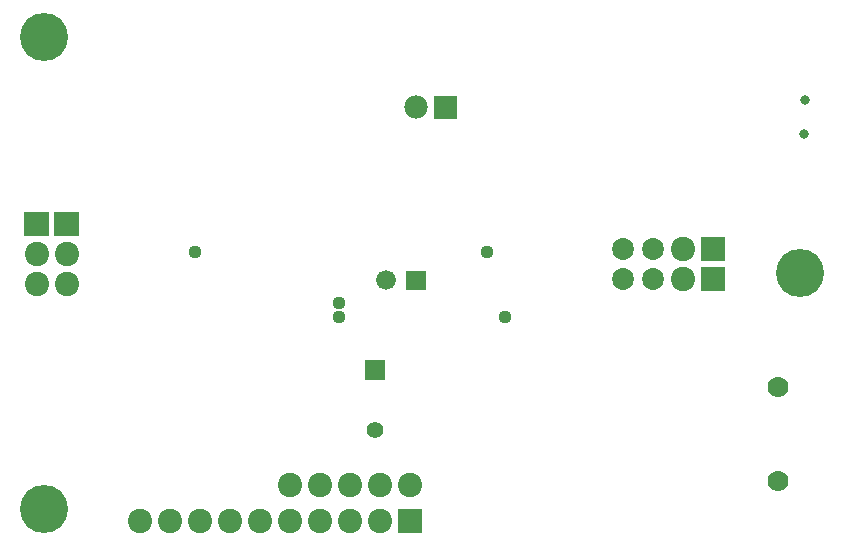
<source format=gbr>
G04 start of page 7 for group -4062 idx -4062 *
G04 Title: (unknown), soldermask *
G04 Creator: pcb 4.2.2 *
G04 CreationDate: Fri Aug 14 03:10:47 2020 UTC *
G04 For: harold *
G04 Format: Gerber/RS-274X *
G04 PCB-Dimensions (mil): 6000.00 5000.00 *
G04 PCB-Coordinate-Origin: lower left *
%MOIN*%
%FSLAX25Y25*%
%LNBOTTOMMASK*%
%ADD95C,0.0439*%
%ADD94C,0.1600*%
%ADD93C,0.0560*%
%ADD92C,0.0660*%
%ADD91C,0.0441*%
%ADD90C,0.0780*%
%ADD89C,0.0731*%
%ADD88C,0.0320*%
%ADD87C,0.0810*%
%ADD86C,0.0001*%
%ADD85C,0.0700*%
G54D85*X411811Y231811D03*
G54D86*G36*
X386186Y313263D02*Y305163D01*
X394286D01*
Y313263D01*
X386186D01*
G37*
G54D87*X380236Y309213D03*
G54D86*G36*
X386186Y303263D02*Y295163D01*
X394286D01*
Y303263D01*
X386186D01*
G37*
G54D87*X380236Y299213D03*
G54D88*X420669Y347441D03*
X420866Y358858D03*
G54D89*X370236Y309213D03*
X360236D03*
X370236Y299213D03*
X360236D03*
G54D85*X411811Y263150D03*
G54D86*G36*
X274259Y272158D02*Y265558D01*
X280859D01*
Y272158D01*
X274259D01*
G37*
G36*
X297282Y360199D02*Y352399D01*
X305082D01*
Y360199D01*
X297282D01*
G37*
G54D90*X291339Y356299D03*
G54D91*X265748Y291142D03*
Y286417D03*
G54D86*G36*
X288039Y301922D02*Y295322D01*
X294639D01*
Y301922D01*
X288039D01*
G37*
G54D92*X281339Y298622D03*
G54D86*G36*
X285320Y222554D02*Y214454D01*
X293420D01*
Y222554D01*
X285320D01*
G37*
G54D87*X279370Y218504D03*
X289370Y230315D03*
X279370D03*
X259370Y218504D03*
X249370D03*
X239370D03*
X269370D03*
Y230315D03*
X259370D03*
X249370D03*
G54D93*X277559Y248858D03*
G54D87*X229370Y218504D03*
X219370D03*
X209370D03*
X199370D03*
G54D86*G36*
X170773Y321471D02*Y313371D01*
X178873D01*
Y321471D01*
X170773D01*
G37*
G36*
X160773D02*Y313371D01*
X168873D01*
Y321471D01*
X160773D01*
G37*
G54D87*X164823Y307421D03*
Y297421D03*
X174823Y307421D03*
Y297421D03*
G54D94*X167323Y222441D03*
X419291Y301181D03*
G54D95*X314961Y308071D03*
X320859Y286411D03*
G54D94*X167323Y379921D03*
G54D95*X217520Y308071D03*
M02*

</source>
